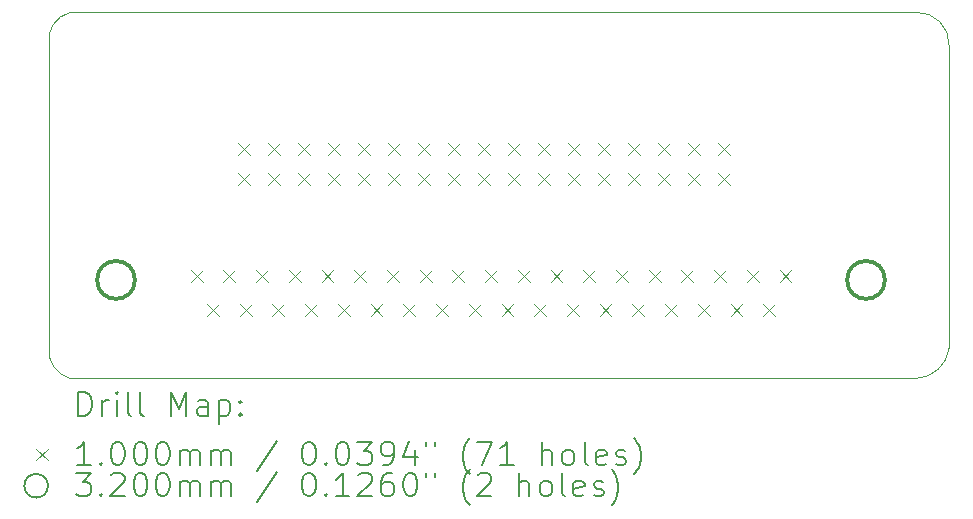
<source format=gbr>
%FSLAX45Y45*%
G04 Gerber Fmt 4.5, Leading zero omitted, Abs format (unit mm)*
G04 Created by KiCad (PCBNEW (6.0.6)) date 2023-06-09 12:55:29*
%MOMM*%
%LPD*%
G01*
G04 APERTURE LIST*
%TA.AperFunction,Profile*%
%ADD10C,0.100000*%
%TD*%
%ADD11C,0.200000*%
%ADD12C,0.100000*%
%ADD13C,0.320000*%
G04 APERTURE END LIST*
D10*
X12192000Y-4775201D02*
G75*
G03*
X12014200Y-5054600I60950J-235059D01*
G01*
X19354800Y-4775200D02*
X12192000Y-4775200D01*
X12014200Y-7620000D02*
G75*
G03*
X12192000Y-7874000I239552J-21544D01*
G01*
X12014200Y-5054600D02*
X12014200Y-7620000D01*
X19354800Y-7874000D02*
G75*
G03*
X19634200Y-7620000I-9672J291309D01*
G01*
X19634200Y-7620000D02*
X19634200Y-5054600D01*
X12192000Y-7874000D02*
X19354800Y-7874000D01*
X19634200Y-5054600D02*
G75*
G03*
X19354800Y-4775200I-267500J11900D01*
G01*
D11*
D12*
X13213600Y-6960400D02*
X13313600Y-7060400D01*
X13313600Y-6960400D02*
X13213600Y-7060400D01*
X13352100Y-7244400D02*
X13452100Y-7344400D01*
X13452100Y-7244400D02*
X13352100Y-7344400D01*
X13490600Y-6960400D02*
X13590600Y-7060400D01*
X13590600Y-6960400D02*
X13490600Y-7060400D01*
X13615200Y-5879150D02*
X13715200Y-5979150D01*
X13715200Y-5879150D02*
X13615200Y-5979150D01*
X13615200Y-6133150D02*
X13715200Y-6233150D01*
X13715200Y-6133150D02*
X13615200Y-6233150D01*
X13629100Y-7244400D02*
X13729100Y-7344400D01*
X13729100Y-7244400D02*
X13629100Y-7344400D01*
X13767600Y-6960400D02*
X13867600Y-7060400D01*
X13867600Y-6960400D02*
X13767600Y-7060400D01*
X13869200Y-5879150D02*
X13969200Y-5979150D01*
X13969200Y-5879150D02*
X13869200Y-5979150D01*
X13869200Y-6133150D02*
X13969200Y-6233150D01*
X13969200Y-6133150D02*
X13869200Y-6233150D01*
X13906100Y-7244400D02*
X14006100Y-7344400D01*
X14006100Y-7244400D02*
X13906100Y-7344400D01*
X14044600Y-6960400D02*
X14144600Y-7060400D01*
X14144600Y-6960400D02*
X14044600Y-7060400D01*
X14123200Y-5879150D02*
X14223200Y-5979150D01*
X14223200Y-5879150D02*
X14123200Y-5979150D01*
X14123200Y-6133150D02*
X14223200Y-6233150D01*
X14223200Y-6133150D02*
X14123200Y-6233150D01*
X14183100Y-7244400D02*
X14283100Y-7344400D01*
X14283100Y-7244400D02*
X14183100Y-7344400D01*
X14321600Y-6960400D02*
X14421600Y-7060400D01*
X14421600Y-6960400D02*
X14321600Y-7060400D01*
X14377200Y-5879150D02*
X14477200Y-5979150D01*
X14477200Y-5879150D02*
X14377200Y-5979150D01*
X14377200Y-6133150D02*
X14477200Y-6233150D01*
X14477200Y-6133150D02*
X14377200Y-6233150D01*
X14460100Y-7244400D02*
X14560100Y-7344400D01*
X14560100Y-7244400D02*
X14460100Y-7344400D01*
X14598600Y-6960400D02*
X14698600Y-7060400D01*
X14698600Y-6960400D02*
X14598600Y-7060400D01*
X14631200Y-5879150D02*
X14731200Y-5979150D01*
X14731200Y-5879150D02*
X14631200Y-5979150D01*
X14631200Y-6133150D02*
X14731200Y-6233150D01*
X14731200Y-6133150D02*
X14631200Y-6233150D01*
X14737100Y-7244400D02*
X14837100Y-7344400D01*
X14837100Y-7244400D02*
X14737100Y-7344400D01*
X14875600Y-6960400D02*
X14975600Y-7060400D01*
X14975600Y-6960400D02*
X14875600Y-7060400D01*
X14885200Y-5879150D02*
X14985200Y-5979150D01*
X14985200Y-5879150D02*
X14885200Y-5979150D01*
X14885200Y-6133150D02*
X14985200Y-6233150D01*
X14985200Y-6133150D02*
X14885200Y-6233150D01*
X15014100Y-7244400D02*
X15114100Y-7344400D01*
X15114100Y-7244400D02*
X15014100Y-7344400D01*
X15139200Y-5879150D02*
X15239200Y-5979150D01*
X15239200Y-5879150D02*
X15139200Y-5979150D01*
X15139200Y-6133150D02*
X15239200Y-6233150D01*
X15239200Y-6133150D02*
X15139200Y-6233150D01*
X15152600Y-6960400D02*
X15252600Y-7060400D01*
X15252600Y-6960400D02*
X15152600Y-7060400D01*
X15291100Y-7244400D02*
X15391100Y-7344400D01*
X15391100Y-7244400D02*
X15291100Y-7344400D01*
X15393200Y-5879150D02*
X15493200Y-5979150D01*
X15493200Y-5879150D02*
X15393200Y-5979150D01*
X15393200Y-6133150D02*
X15493200Y-6233150D01*
X15493200Y-6133150D02*
X15393200Y-6233150D01*
X15429600Y-6960400D02*
X15529600Y-7060400D01*
X15529600Y-6960400D02*
X15429600Y-7060400D01*
X15568100Y-7244400D02*
X15668100Y-7344400D01*
X15668100Y-7244400D02*
X15568100Y-7344400D01*
X15647200Y-5879150D02*
X15747200Y-5979150D01*
X15747200Y-5879150D02*
X15647200Y-5979150D01*
X15647200Y-6133150D02*
X15747200Y-6233150D01*
X15747200Y-6133150D02*
X15647200Y-6233150D01*
X15706600Y-6960400D02*
X15806600Y-7060400D01*
X15806600Y-6960400D02*
X15706600Y-7060400D01*
X15845100Y-7244400D02*
X15945100Y-7344400D01*
X15945100Y-7244400D02*
X15845100Y-7344400D01*
X15901200Y-5879150D02*
X16001200Y-5979150D01*
X16001200Y-5879150D02*
X15901200Y-5979150D01*
X15901200Y-6133150D02*
X16001200Y-6233150D01*
X16001200Y-6133150D02*
X15901200Y-6233150D01*
X15983600Y-6960400D02*
X16083600Y-7060400D01*
X16083600Y-6960400D02*
X15983600Y-7060400D01*
X16122100Y-7244400D02*
X16222100Y-7344400D01*
X16222100Y-7244400D02*
X16122100Y-7344400D01*
X16155200Y-5879150D02*
X16255200Y-5979150D01*
X16255200Y-5879150D02*
X16155200Y-5979150D01*
X16155200Y-6133150D02*
X16255200Y-6233150D01*
X16255200Y-6133150D02*
X16155200Y-6233150D01*
X16260600Y-6960400D02*
X16360600Y-7060400D01*
X16360600Y-6960400D02*
X16260600Y-7060400D01*
X16399100Y-7244400D02*
X16499100Y-7344400D01*
X16499100Y-7244400D02*
X16399100Y-7344400D01*
X16409200Y-5879150D02*
X16509200Y-5979150D01*
X16509200Y-5879150D02*
X16409200Y-5979150D01*
X16409200Y-6133150D02*
X16509200Y-6233150D01*
X16509200Y-6133150D02*
X16409200Y-6233150D01*
X16537600Y-6960400D02*
X16637600Y-7060400D01*
X16637600Y-6960400D02*
X16537600Y-7060400D01*
X16663200Y-5879150D02*
X16763200Y-5979150D01*
X16763200Y-5879150D02*
X16663200Y-5979150D01*
X16663200Y-6133150D02*
X16763200Y-6233150D01*
X16763200Y-6133150D02*
X16663200Y-6233150D01*
X16676100Y-7244400D02*
X16776100Y-7344400D01*
X16776100Y-7244400D02*
X16676100Y-7344400D01*
X16814600Y-6960400D02*
X16914600Y-7060400D01*
X16914600Y-6960400D02*
X16814600Y-7060400D01*
X16917200Y-5879150D02*
X17017200Y-5979150D01*
X17017200Y-5879150D02*
X16917200Y-5979150D01*
X16917200Y-6133150D02*
X17017200Y-6233150D01*
X17017200Y-6133150D02*
X16917200Y-6233150D01*
X16953100Y-7244400D02*
X17053100Y-7344400D01*
X17053100Y-7244400D02*
X16953100Y-7344400D01*
X17091600Y-6960400D02*
X17191600Y-7060400D01*
X17191600Y-6960400D02*
X17091600Y-7060400D01*
X17171200Y-5879150D02*
X17271200Y-5979150D01*
X17271200Y-5879150D02*
X17171200Y-5979150D01*
X17171200Y-6133150D02*
X17271200Y-6233150D01*
X17271200Y-6133150D02*
X17171200Y-6233150D01*
X17230100Y-7244400D02*
X17330100Y-7344400D01*
X17330100Y-7244400D02*
X17230100Y-7344400D01*
X17368600Y-6960400D02*
X17468600Y-7060400D01*
X17468600Y-6960400D02*
X17368600Y-7060400D01*
X17425200Y-5879150D02*
X17525200Y-5979150D01*
X17525200Y-5879150D02*
X17425200Y-5979150D01*
X17425200Y-6133150D02*
X17525200Y-6233150D01*
X17525200Y-6133150D02*
X17425200Y-6233150D01*
X17507100Y-7244400D02*
X17607100Y-7344400D01*
X17607100Y-7244400D02*
X17507100Y-7344400D01*
X17645600Y-6960400D02*
X17745600Y-7060400D01*
X17745600Y-6960400D02*
X17645600Y-7060400D01*
X17679200Y-5879150D02*
X17779200Y-5979150D01*
X17779200Y-5879150D02*
X17679200Y-5979150D01*
X17679200Y-6133150D02*
X17779200Y-6233150D01*
X17779200Y-6133150D02*
X17679200Y-6233150D01*
X17784100Y-7244400D02*
X17884100Y-7344400D01*
X17884100Y-7244400D02*
X17784100Y-7344400D01*
X17922600Y-6960400D02*
X18022600Y-7060400D01*
X18022600Y-6960400D02*
X17922600Y-7060400D01*
X18061100Y-7244400D02*
X18161100Y-7344400D01*
X18161100Y-7244400D02*
X18061100Y-7344400D01*
X18199600Y-6960400D02*
X18299600Y-7060400D01*
X18299600Y-6960400D02*
X18199600Y-7060400D01*
D13*
X12741600Y-7040400D02*
G75*
G03*
X12741600Y-7040400I-160000J0D01*
G01*
X19091600Y-7040400D02*
G75*
G03*
X19091600Y-7040400I-160000J0D01*
G01*
D11*
X12262737Y-8189476D02*
X12262737Y-7989476D01*
X12310356Y-7989476D01*
X12338927Y-7999000D01*
X12357975Y-8018048D01*
X12367498Y-8037095D01*
X12377022Y-8075190D01*
X12377022Y-8103762D01*
X12367498Y-8141857D01*
X12357975Y-8160905D01*
X12338927Y-8179952D01*
X12310356Y-8189476D01*
X12262737Y-8189476D01*
X12462737Y-8189476D02*
X12462737Y-8056143D01*
X12462737Y-8094238D02*
X12472260Y-8075190D01*
X12481784Y-8065667D01*
X12500832Y-8056143D01*
X12519879Y-8056143D01*
X12586546Y-8189476D02*
X12586546Y-8056143D01*
X12586546Y-7989476D02*
X12577022Y-7999000D01*
X12586546Y-8008524D01*
X12596070Y-7999000D01*
X12586546Y-7989476D01*
X12586546Y-8008524D01*
X12710356Y-8189476D02*
X12691308Y-8179952D01*
X12681784Y-8160905D01*
X12681784Y-7989476D01*
X12815118Y-8189476D02*
X12796070Y-8179952D01*
X12786546Y-8160905D01*
X12786546Y-7989476D01*
X13043689Y-8189476D02*
X13043689Y-7989476D01*
X13110356Y-8132333D01*
X13177022Y-7989476D01*
X13177022Y-8189476D01*
X13357975Y-8189476D02*
X13357975Y-8084714D01*
X13348451Y-8065667D01*
X13329403Y-8056143D01*
X13291308Y-8056143D01*
X13272260Y-8065667D01*
X13357975Y-8179952D02*
X13338927Y-8189476D01*
X13291308Y-8189476D01*
X13272260Y-8179952D01*
X13262737Y-8160905D01*
X13262737Y-8141857D01*
X13272260Y-8122809D01*
X13291308Y-8113286D01*
X13338927Y-8113286D01*
X13357975Y-8103762D01*
X13453213Y-8056143D02*
X13453213Y-8256143D01*
X13453213Y-8065667D02*
X13472260Y-8056143D01*
X13510356Y-8056143D01*
X13529403Y-8065667D01*
X13538927Y-8075190D01*
X13548451Y-8094238D01*
X13548451Y-8151381D01*
X13538927Y-8170428D01*
X13529403Y-8179952D01*
X13510356Y-8189476D01*
X13472260Y-8189476D01*
X13453213Y-8179952D01*
X13634165Y-8170428D02*
X13643689Y-8179952D01*
X13634165Y-8189476D01*
X13624641Y-8179952D01*
X13634165Y-8170428D01*
X13634165Y-8189476D01*
X13634165Y-8065667D02*
X13643689Y-8075190D01*
X13634165Y-8084714D01*
X13624641Y-8075190D01*
X13634165Y-8065667D01*
X13634165Y-8084714D01*
D12*
X11905118Y-8469000D02*
X12005118Y-8569000D01*
X12005118Y-8469000D02*
X11905118Y-8569000D01*
D11*
X12367498Y-8609476D02*
X12253213Y-8609476D01*
X12310356Y-8609476D02*
X12310356Y-8409476D01*
X12291308Y-8438048D01*
X12272260Y-8457095D01*
X12253213Y-8466619D01*
X12453213Y-8590429D02*
X12462737Y-8599952D01*
X12453213Y-8609476D01*
X12443689Y-8599952D01*
X12453213Y-8590429D01*
X12453213Y-8609476D01*
X12586546Y-8409476D02*
X12605594Y-8409476D01*
X12624641Y-8419000D01*
X12634165Y-8428524D01*
X12643689Y-8447571D01*
X12653213Y-8485667D01*
X12653213Y-8533286D01*
X12643689Y-8571381D01*
X12634165Y-8590429D01*
X12624641Y-8599952D01*
X12605594Y-8609476D01*
X12586546Y-8609476D01*
X12567498Y-8599952D01*
X12557975Y-8590429D01*
X12548451Y-8571381D01*
X12538927Y-8533286D01*
X12538927Y-8485667D01*
X12548451Y-8447571D01*
X12557975Y-8428524D01*
X12567498Y-8419000D01*
X12586546Y-8409476D01*
X12777022Y-8409476D02*
X12796070Y-8409476D01*
X12815118Y-8419000D01*
X12824641Y-8428524D01*
X12834165Y-8447571D01*
X12843689Y-8485667D01*
X12843689Y-8533286D01*
X12834165Y-8571381D01*
X12824641Y-8590429D01*
X12815118Y-8599952D01*
X12796070Y-8609476D01*
X12777022Y-8609476D01*
X12757975Y-8599952D01*
X12748451Y-8590429D01*
X12738927Y-8571381D01*
X12729403Y-8533286D01*
X12729403Y-8485667D01*
X12738927Y-8447571D01*
X12748451Y-8428524D01*
X12757975Y-8419000D01*
X12777022Y-8409476D01*
X12967498Y-8409476D02*
X12986546Y-8409476D01*
X13005594Y-8419000D01*
X13015118Y-8428524D01*
X13024641Y-8447571D01*
X13034165Y-8485667D01*
X13034165Y-8533286D01*
X13024641Y-8571381D01*
X13015118Y-8590429D01*
X13005594Y-8599952D01*
X12986546Y-8609476D01*
X12967498Y-8609476D01*
X12948451Y-8599952D01*
X12938927Y-8590429D01*
X12929403Y-8571381D01*
X12919879Y-8533286D01*
X12919879Y-8485667D01*
X12929403Y-8447571D01*
X12938927Y-8428524D01*
X12948451Y-8419000D01*
X12967498Y-8409476D01*
X13119879Y-8609476D02*
X13119879Y-8476143D01*
X13119879Y-8495190D02*
X13129403Y-8485667D01*
X13148451Y-8476143D01*
X13177022Y-8476143D01*
X13196070Y-8485667D01*
X13205594Y-8504714D01*
X13205594Y-8609476D01*
X13205594Y-8504714D02*
X13215118Y-8485667D01*
X13234165Y-8476143D01*
X13262737Y-8476143D01*
X13281784Y-8485667D01*
X13291308Y-8504714D01*
X13291308Y-8609476D01*
X13386546Y-8609476D02*
X13386546Y-8476143D01*
X13386546Y-8495190D02*
X13396070Y-8485667D01*
X13415118Y-8476143D01*
X13443689Y-8476143D01*
X13462737Y-8485667D01*
X13472260Y-8504714D01*
X13472260Y-8609476D01*
X13472260Y-8504714D02*
X13481784Y-8485667D01*
X13500832Y-8476143D01*
X13529403Y-8476143D01*
X13548451Y-8485667D01*
X13557975Y-8504714D01*
X13557975Y-8609476D01*
X13948451Y-8399952D02*
X13777022Y-8657095D01*
X14205594Y-8409476D02*
X14224641Y-8409476D01*
X14243689Y-8419000D01*
X14253213Y-8428524D01*
X14262737Y-8447571D01*
X14272260Y-8485667D01*
X14272260Y-8533286D01*
X14262737Y-8571381D01*
X14253213Y-8590429D01*
X14243689Y-8599952D01*
X14224641Y-8609476D01*
X14205594Y-8609476D01*
X14186546Y-8599952D01*
X14177022Y-8590429D01*
X14167498Y-8571381D01*
X14157975Y-8533286D01*
X14157975Y-8485667D01*
X14167498Y-8447571D01*
X14177022Y-8428524D01*
X14186546Y-8419000D01*
X14205594Y-8409476D01*
X14357975Y-8590429D02*
X14367498Y-8599952D01*
X14357975Y-8609476D01*
X14348451Y-8599952D01*
X14357975Y-8590429D01*
X14357975Y-8609476D01*
X14491308Y-8409476D02*
X14510356Y-8409476D01*
X14529403Y-8419000D01*
X14538927Y-8428524D01*
X14548451Y-8447571D01*
X14557975Y-8485667D01*
X14557975Y-8533286D01*
X14548451Y-8571381D01*
X14538927Y-8590429D01*
X14529403Y-8599952D01*
X14510356Y-8609476D01*
X14491308Y-8609476D01*
X14472260Y-8599952D01*
X14462737Y-8590429D01*
X14453213Y-8571381D01*
X14443689Y-8533286D01*
X14443689Y-8485667D01*
X14453213Y-8447571D01*
X14462737Y-8428524D01*
X14472260Y-8419000D01*
X14491308Y-8409476D01*
X14624641Y-8409476D02*
X14748451Y-8409476D01*
X14681784Y-8485667D01*
X14710356Y-8485667D01*
X14729403Y-8495190D01*
X14738927Y-8504714D01*
X14748451Y-8523762D01*
X14748451Y-8571381D01*
X14738927Y-8590429D01*
X14729403Y-8599952D01*
X14710356Y-8609476D01*
X14653213Y-8609476D01*
X14634165Y-8599952D01*
X14624641Y-8590429D01*
X14843689Y-8609476D02*
X14881784Y-8609476D01*
X14900832Y-8599952D01*
X14910356Y-8590429D01*
X14929403Y-8561857D01*
X14938927Y-8523762D01*
X14938927Y-8447571D01*
X14929403Y-8428524D01*
X14919879Y-8419000D01*
X14900832Y-8409476D01*
X14862737Y-8409476D01*
X14843689Y-8419000D01*
X14834165Y-8428524D01*
X14824641Y-8447571D01*
X14824641Y-8495190D01*
X14834165Y-8514238D01*
X14843689Y-8523762D01*
X14862737Y-8533286D01*
X14900832Y-8533286D01*
X14919879Y-8523762D01*
X14929403Y-8514238D01*
X14938927Y-8495190D01*
X15110356Y-8476143D02*
X15110356Y-8609476D01*
X15062737Y-8399952D02*
X15015118Y-8542810D01*
X15138927Y-8542810D01*
X15205594Y-8409476D02*
X15205594Y-8447571D01*
X15281784Y-8409476D02*
X15281784Y-8447571D01*
X15577022Y-8685667D02*
X15567498Y-8676143D01*
X15548451Y-8647571D01*
X15538927Y-8628524D01*
X15529403Y-8599952D01*
X15519879Y-8552333D01*
X15519879Y-8514238D01*
X15529403Y-8466619D01*
X15538927Y-8438048D01*
X15548451Y-8419000D01*
X15567498Y-8390429D01*
X15577022Y-8380905D01*
X15634165Y-8409476D02*
X15767498Y-8409476D01*
X15681784Y-8609476D01*
X15948451Y-8609476D02*
X15834165Y-8609476D01*
X15891308Y-8609476D02*
X15891308Y-8409476D01*
X15872260Y-8438048D01*
X15853213Y-8457095D01*
X15834165Y-8466619D01*
X16186546Y-8609476D02*
X16186546Y-8409476D01*
X16272260Y-8609476D02*
X16272260Y-8504714D01*
X16262737Y-8485667D01*
X16243689Y-8476143D01*
X16215117Y-8476143D01*
X16196070Y-8485667D01*
X16186546Y-8495190D01*
X16396070Y-8609476D02*
X16377022Y-8599952D01*
X16367498Y-8590429D01*
X16357975Y-8571381D01*
X16357975Y-8514238D01*
X16367498Y-8495190D01*
X16377022Y-8485667D01*
X16396070Y-8476143D01*
X16424641Y-8476143D01*
X16443689Y-8485667D01*
X16453213Y-8495190D01*
X16462737Y-8514238D01*
X16462737Y-8571381D01*
X16453213Y-8590429D01*
X16443689Y-8599952D01*
X16424641Y-8609476D01*
X16396070Y-8609476D01*
X16577022Y-8609476D02*
X16557975Y-8599952D01*
X16548451Y-8580905D01*
X16548451Y-8409476D01*
X16729403Y-8599952D02*
X16710356Y-8609476D01*
X16672260Y-8609476D01*
X16653213Y-8599952D01*
X16643689Y-8580905D01*
X16643689Y-8504714D01*
X16653213Y-8485667D01*
X16672260Y-8476143D01*
X16710356Y-8476143D01*
X16729403Y-8485667D01*
X16738927Y-8504714D01*
X16738927Y-8523762D01*
X16643689Y-8542810D01*
X16815118Y-8599952D02*
X16834165Y-8609476D01*
X16872260Y-8609476D01*
X16891308Y-8599952D01*
X16900832Y-8580905D01*
X16900832Y-8571381D01*
X16891308Y-8552333D01*
X16872260Y-8542810D01*
X16843689Y-8542810D01*
X16824641Y-8533286D01*
X16815118Y-8514238D01*
X16815118Y-8504714D01*
X16824641Y-8485667D01*
X16843689Y-8476143D01*
X16872260Y-8476143D01*
X16891308Y-8485667D01*
X16967499Y-8685667D02*
X16977022Y-8676143D01*
X16996070Y-8647571D01*
X17005594Y-8628524D01*
X17015118Y-8599952D01*
X17024641Y-8552333D01*
X17024641Y-8514238D01*
X17015118Y-8466619D01*
X17005594Y-8438048D01*
X16996070Y-8419000D01*
X16977022Y-8390429D01*
X16967499Y-8380905D01*
X12005118Y-8783000D02*
G75*
G03*
X12005118Y-8783000I-100000J0D01*
G01*
X12243689Y-8673476D02*
X12367498Y-8673476D01*
X12300832Y-8749667D01*
X12329403Y-8749667D01*
X12348451Y-8759190D01*
X12357975Y-8768714D01*
X12367498Y-8787762D01*
X12367498Y-8835381D01*
X12357975Y-8854429D01*
X12348451Y-8863952D01*
X12329403Y-8873476D01*
X12272260Y-8873476D01*
X12253213Y-8863952D01*
X12243689Y-8854429D01*
X12453213Y-8854429D02*
X12462737Y-8863952D01*
X12453213Y-8873476D01*
X12443689Y-8863952D01*
X12453213Y-8854429D01*
X12453213Y-8873476D01*
X12538927Y-8692524D02*
X12548451Y-8683000D01*
X12567498Y-8673476D01*
X12615118Y-8673476D01*
X12634165Y-8683000D01*
X12643689Y-8692524D01*
X12653213Y-8711571D01*
X12653213Y-8730619D01*
X12643689Y-8759190D01*
X12529403Y-8873476D01*
X12653213Y-8873476D01*
X12777022Y-8673476D02*
X12796070Y-8673476D01*
X12815118Y-8683000D01*
X12824641Y-8692524D01*
X12834165Y-8711571D01*
X12843689Y-8749667D01*
X12843689Y-8797286D01*
X12834165Y-8835381D01*
X12824641Y-8854429D01*
X12815118Y-8863952D01*
X12796070Y-8873476D01*
X12777022Y-8873476D01*
X12757975Y-8863952D01*
X12748451Y-8854429D01*
X12738927Y-8835381D01*
X12729403Y-8797286D01*
X12729403Y-8749667D01*
X12738927Y-8711571D01*
X12748451Y-8692524D01*
X12757975Y-8683000D01*
X12777022Y-8673476D01*
X12967498Y-8673476D02*
X12986546Y-8673476D01*
X13005594Y-8683000D01*
X13015118Y-8692524D01*
X13024641Y-8711571D01*
X13034165Y-8749667D01*
X13034165Y-8797286D01*
X13024641Y-8835381D01*
X13015118Y-8854429D01*
X13005594Y-8863952D01*
X12986546Y-8873476D01*
X12967498Y-8873476D01*
X12948451Y-8863952D01*
X12938927Y-8854429D01*
X12929403Y-8835381D01*
X12919879Y-8797286D01*
X12919879Y-8749667D01*
X12929403Y-8711571D01*
X12938927Y-8692524D01*
X12948451Y-8683000D01*
X12967498Y-8673476D01*
X13119879Y-8873476D02*
X13119879Y-8740143D01*
X13119879Y-8759190D02*
X13129403Y-8749667D01*
X13148451Y-8740143D01*
X13177022Y-8740143D01*
X13196070Y-8749667D01*
X13205594Y-8768714D01*
X13205594Y-8873476D01*
X13205594Y-8768714D02*
X13215118Y-8749667D01*
X13234165Y-8740143D01*
X13262737Y-8740143D01*
X13281784Y-8749667D01*
X13291308Y-8768714D01*
X13291308Y-8873476D01*
X13386546Y-8873476D02*
X13386546Y-8740143D01*
X13386546Y-8759190D02*
X13396070Y-8749667D01*
X13415118Y-8740143D01*
X13443689Y-8740143D01*
X13462737Y-8749667D01*
X13472260Y-8768714D01*
X13472260Y-8873476D01*
X13472260Y-8768714D02*
X13481784Y-8749667D01*
X13500832Y-8740143D01*
X13529403Y-8740143D01*
X13548451Y-8749667D01*
X13557975Y-8768714D01*
X13557975Y-8873476D01*
X13948451Y-8663952D02*
X13777022Y-8921095D01*
X14205594Y-8673476D02*
X14224641Y-8673476D01*
X14243689Y-8683000D01*
X14253213Y-8692524D01*
X14262737Y-8711571D01*
X14272260Y-8749667D01*
X14272260Y-8797286D01*
X14262737Y-8835381D01*
X14253213Y-8854429D01*
X14243689Y-8863952D01*
X14224641Y-8873476D01*
X14205594Y-8873476D01*
X14186546Y-8863952D01*
X14177022Y-8854429D01*
X14167498Y-8835381D01*
X14157975Y-8797286D01*
X14157975Y-8749667D01*
X14167498Y-8711571D01*
X14177022Y-8692524D01*
X14186546Y-8683000D01*
X14205594Y-8673476D01*
X14357975Y-8854429D02*
X14367498Y-8863952D01*
X14357975Y-8873476D01*
X14348451Y-8863952D01*
X14357975Y-8854429D01*
X14357975Y-8873476D01*
X14557975Y-8873476D02*
X14443689Y-8873476D01*
X14500832Y-8873476D02*
X14500832Y-8673476D01*
X14481784Y-8702048D01*
X14462737Y-8721095D01*
X14443689Y-8730619D01*
X14634165Y-8692524D02*
X14643689Y-8683000D01*
X14662737Y-8673476D01*
X14710356Y-8673476D01*
X14729403Y-8683000D01*
X14738927Y-8692524D01*
X14748451Y-8711571D01*
X14748451Y-8730619D01*
X14738927Y-8759190D01*
X14624641Y-8873476D01*
X14748451Y-8873476D01*
X14919879Y-8673476D02*
X14881784Y-8673476D01*
X14862737Y-8683000D01*
X14853213Y-8692524D01*
X14834165Y-8721095D01*
X14824641Y-8759190D01*
X14824641Y-8835381D01*
X14834165Y-8854429D01*
X14843689Y-8863952D01*
X14862737Y-8873476D01*
X14900832Y-8873476D01*
X14919879Y-8863952D01*
X14929403Y-8854429D01*
X14938927Y-8835381D01*
X14938927Y-8787762D01*
X14929403Y-8768714D01*
X14919879Y-8759190D01*
X14900832Y-8749667D01*
X14862737Y-8749667D01*
X14843689Y-8759190D01*
X14834165Y-8768714D01*
X14824641Y-8787762D01*
X15062737Y-8673476D02*
X15081784Y-8673476D01*
X15100832Y-8683000D01*
X15110356Y-8692524D01*
X15119879Y-8711571D01*
X15129403Y-8749667D01*
X15129403Y-8797286D01*
X15119879Y-8835381D01*
X15110356Y-8854429D01*
X15100832Y-8863952D01*
X15081784Y-8873476D01*
X15062737Y-8873476D01*
X15043689Y-8863952D01*
X15034165Y-8854429D01*
X15024641Y-8835381D01*
X15015118Y-8797286D01*
X15015118Y-8749667D01*
X15024641Y-8711571D01*
X15034165Y-8692524D01*
X15043689Y-8683000D01*
X15062737Y-8673476D01*
X15205594Y-8673476D02*
X15205594Y-8711571D01*
X15281784Y-8673476D02*
X15281784Y-8711571D01*
X15577022Y-8949667D02*
X15567498Y-8940143D01*
X15548451Y-8911571D01*
X15538927Y-8892524D01*
X15529403Y-8863952D01*
X15519879Y-8816333D01*
X15519879Y-8778238D01*
X15529403Y-8730619D01*
X15538927Y-8702048D01*
X15548451Y-8683000D01*
X15567498Y-8654429D01*
X15577022Y-8644905D01*
X15643689Y-8692524D02*
X15653213Y-8683000D01*
X15672260Y-8673476D01*
X15719879Y-8673476D01*
X15738927Y-8683000D01*
X15748451Y-8692524D01*
X15757975Y-8711571D01*
X15757975Y-8730619D01*
X15748451Y-8759190D01*
X15634165Y-8873476D01*
X15757975Y-8873476D01*
X15996070Y-8873476D02*
X15996070Y-8673476D01*
X16081784Y-8873476D02*
X16081784Y-8768714D01*
X16072260Y-8749667D01*
X16053213Y-8740143D01*
X16024641Y-8740143D01*
X16005594Y-8749667D01*
X15996070Y-8759190D01*
X16205594Y-8873476D02*
X16186546Y-8863952D01*
X16177022Y-8854429D01*
X16167498Y-8835381D01*
X16167498Y-8778238D01*
X16177022Y-8759190D01*
X16186546Y-8749667D01*
X16205594Y-8740143D01*
X16234165Y-8740143D01*
X16253213Y-8749667D01*
X16262737Y-8759190D01*
X16272260Y-8778238D01*
X16272260Y-8835381D01*
X16262737Y-8854429D01*
X16253213Y-8863952D01*
X16234165Y-8873476D01*
X16205594Y-8873476D01*
X16386546Y-8873476D02*
X16367498Y-8863952D01*
X16357975Y-8844905D01*
X16357975Y-8673476D01*
X16538927Y-8863952D02*
X16519879Y-8873476D01*
X16481784Y-8873476D01*
X16462737Y-8863952D01*
X16453213Y-8844905D01*
X16453213Y-8768714D01*
X16462737Y-8749667D01*
X16481784Y-8740143D01*
X16519879Y-8740143D01*
X16538927Y-8749667D01*
X16548451Y-8768714D01*
X16548451Y-8787762D01*
X16453213Y-8806810D01*
X16624641Y-8863952D02*
X16643689Y-8873476D01*
X16681784Y-8873476D01*
X16700832Y-8863952D01*
X16710356Y-8844905D01*
X16710356Y-8835381D01*
X16700832Y-8816333D01*
X16681784Y-8806810D01*
X16653213Y-8806810D01*
X16634165Y-8797286D01*
X16624641Y-8778238D01*
X16624641Y-8768714D01*
X16634165Y-8749667D01*
X16653213Y-8740143D01*
X16681784Y-8740143D01*
X16700832Y-8749667D01*
X16777022Y-8949667D02*
X16786546Y-8940143D01*
X16805594Y-8911571D01*
X16815118Y-8892524D01*
X16824641Y-8863952D01*
X16834165Y-8816333D01*
X16834165Y-8778238D01*
X16824641Y-8730619D01*
X16815118Y-8702048D01*
X16805594Y-8683000D01*
X16786546Y-8654429D01*
X16777022Y-8644905D01*
M02*

</source>
